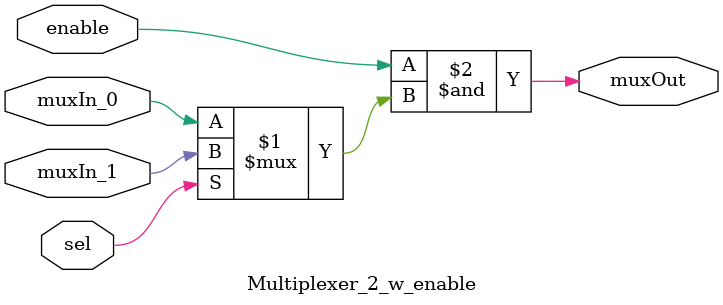
<source format=v>
module Multiplexer_2_w_enable(	// file.cleaned.mlir:2:3
  input  enable,	// file.cleaned.mlir:2:40
         muxIn_0,	// file.cleaned.mlir:2:57
         muxIn_1,	// file.cleaned.mlir:2:75
         sel,	// file.cleaned.mlir:2:93
  output muxOut	// file.cleaned.mlir:2:108
);

  assign muxOut = enable & (sel ? muxIn_1 : muxIn_0);	// file.cleaned.mlir:3:10, :4:10, :5:5
endmodule


</source>
